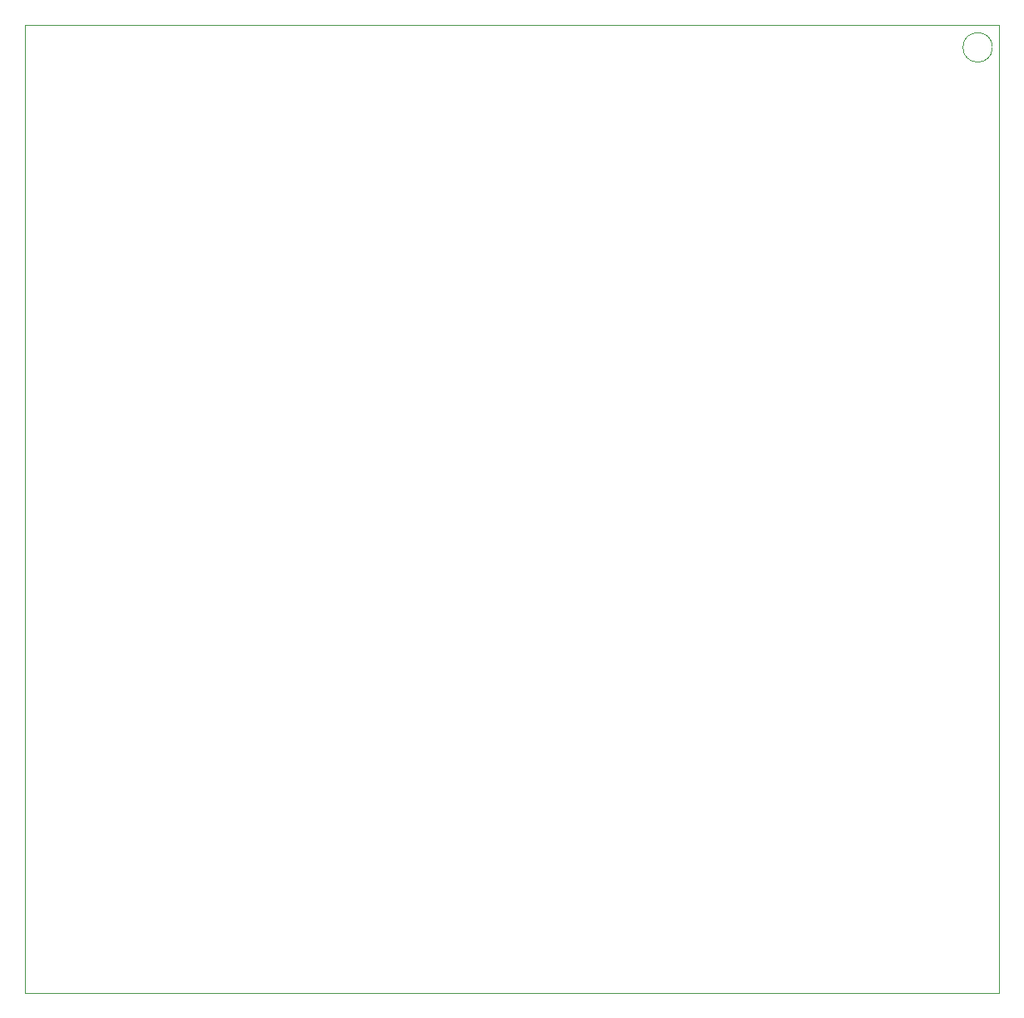
<source format=gm1>
G04 #@! TF.GenerationSoftware,KiCad,Pcbnew,9.0.2-2.fc42*
G04 #@! TF.CreationDate,2025-07-14T12:52:27+03:00*
G04 #@! TF.ProjectId,QMTECH_XC7A100T-Expantion-Board,514d5445-4348-45f5-9843-374131303054,rev?*
G04 #@! TF.SameCoordinates,Original*
G04 #@! TF.FileFunction,Profile,NP*
%FSLAX46Y46*%
G04 Gerber Fmt 4.6, Leading zero omitted, Abs format (unit mm)*
G04 Created by KiCad (PCBNEW 9.0.2-2.fc42) date 2025-07-14 12:52:27*
%MOMM*%
%LPD*%
G01*
G04 APERTURE LIST*
G04 #@! TA.AperFunction,Profile*
%ADD10C,0.100000*%
G04 #@! TD*
G04 APERTURE END LIST*
D10*
X159359600Y-42214800D02*
G75*
G02*
X156362400Y-42214800I-1498600J0D01*
G01*
X156362400Y-42214800D02*
G75*
G02*
X159359600Y-42214800I1498600J0D01*
G01*
X60960000Y-39913957D02*
X160020000Y-39913957D01*
X160020000Y-138430000D01*
X60960000Y-138430000D01*
X60960000Y-39913957D01*
M02*

</source>
